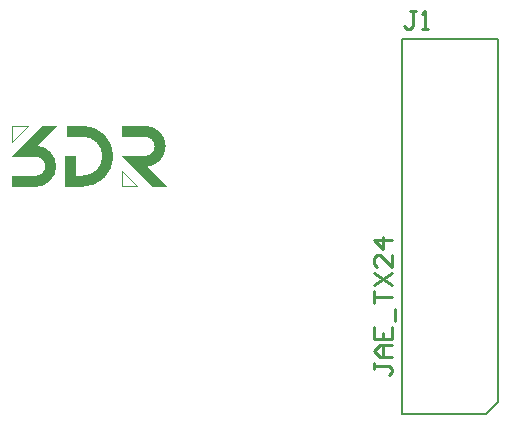
<source format=gto>
G04 Layer_Color=65535*
%FSLAX42Y42*%
%MOMM*%
G71*
G01*
G75*
%ADD13C,0.25*%
%ADD36C,0.00*%
%ADD37C,0.13*%
G36*
X-693Y3012D02*
X-862Y2842D01*
X-862Y2842D01*
X-862Y2842D01*
X-862Y2842D01*
X-862Y2842D01*
X-862Y2842D01*
X-862Y2842D01*
X-862Y2842D01*
X-862Y2842D01*
X-862Y2842D01*
X-862Y2842D01*
X-861Y2842D01*
X-859Y2842D01*
X-858Y2842D01*
X-856Y2842D01*
X-854Y2842D01*
X-852Y2842D01*
X-851Y2842D01*
X-849Y2841D01*
X-847Y2841D01*
X-845Y2841D01*
X-843Y2841D01*
X-842Y2840D01*
X-840Y2840D01*
X-838Y2840D01*
X-836Y2839D01*
X-835Y2839D01*
X-833Y2839D01*
X-831Y2838D01*
X-829Y2838D01*
X-828Y2838D01*
X-826Y2837D01*
X-824Y2837D01*
X-823Y2836D01*
X-821Y2836D01*
X-819Y2835D01*
X-817Y2835D01*
X-816Y2834D01*
X-814Y2834D01*
X-812Y2833D01*
X-811Y2832D01*
X-809Y2832D01*
X-807Y2831D01*
X-806Y2831D01*
X-804Y2830D01*
X-802Y2829D01*
X-801Y2828D01*
X-799Y2828D01*
X-797Y2827D01*
X-796Y2826D01*
X-794Y2826D01*
X-793Y2825D01*
X-791Y2824D01*
X-789Y2823D01*
X-788Y2822D01*
X-786Y2821D01*
X-785Y2821D01*
X-783Y2820D01*
X-782Y2819D01*
X-780Y2818D01*
X-779Y2817D01*
X-777Y2816D01*
X-776Y2815D01*
X-774Y2814D01*
X-773Y2813D01*
X-771Y2812D01*
X-770Y2811D01*
X-768Y2810D01*
X-767Y2809D01*
X-765Y2808D01*
X-764Y2807D01*
X-763Y2806D01*
X-761Y2805D01*
X-760Y2803D01*
X-758Y2802D01*
X-757Y2801D01*
X-756Y2800D01*
X-754Y2799D01*
X-753Y2798D01*
X-752Y2796D01*
X-751Y2795D01*
X-749Y2794D01*
X-748Y2793D01*
X-747Y2791D01*
X-745Y2790D01*
X-744Y2789D01*
X-743Y2787D01*
X-742Y2786D01*
X-741Y2785D01*
X-739Y2784D01*
X-738Y2782D01*
X-737Y2781D01*
X-736Y2779D01*
X-735Y2778D01*
X-734Y2777D01*
X-733Y2775D01*
X-732Y2774D01*
X-731Y2772D01*
X-730Y2771D01*
X-729Y2769D01*
X-728Y2768D01*
X-727Y2766D01*
X-726Y2765D01*
X-725Y2763D01*
X-724Y2762D01*
X-723Y2760D01*
X-722Y2759D01*
X-721Y2757D01*
X-720Y2756D01*
X-719Y2754D01*
X-718Y2753D01*
X-718Y2751D01*
X-717Y2750D01*
X-716Y2748D01*
X-715Y2746D01*
X-714Y2745D01*
X-714Y2743D01*
X-713Y2742D01*
X-712Y2740D01*
X-711Y2738D01*
X-711Y2737D01*
X-710Y2735D01*
X-709Y2733D01*
X-709Y2732D01*
X-708Y2730D01*
X-708Y2728D01*
X-707Y2727D01*
X-706Y2725D01*
X-706Y2723D01*
X-705Y2722D01*
X-705Y2720D01*
X-704Y2718D01*
X-704Y2716D01*
X-703Y2715D01*
X-703Y2713D01*
X-703Y2711D01*
X-702Y2709D01*
X-702Y2708D01*
X-702Y2706D01*
X-701Y2704D01*
X-701Y2702D01*
X-701Y2701D01*
X-700Y2699D01*
X-700Y2697D01*
X-700Y2695D01*
X-699Y2694D01*
X-699Y2692D01*
X-699Y2690D01*
X-699Y2688D01*
X-699Y2687D01*
X-699Y2685D01*
X-698Y2683D01*
X-698Y2681D01*
X-698Y2679D01*
X-698Y2678D01*
X-698Y2676D01*
X-698Y2674D01*
X-698Y2673D01*
Y2673D01*
X-698Y2673D01*
X-698Y2671D01*
X-698Y2669D01*
X-698Y2667D01*
X-698Y2666D01*
X-698Y2664D01*
X-698Y2662D01*
X-699Y2660D01*
X-699Y2658D01*
X-699Y2657D01*
X-699Y2655D01*
X-699Y2653D01*
X-699Y2651D01*
X-700Y2650D01*
X-700Y2648D01*
X-700Y2646D01*
X-701Y2644D01*
X-701Y2643D01*
X-701Y2641D01*
X-702Y2639D01*
X-702Y2637D01*
X-702Y2636D01*
X-703Y2634D01*
X-703Y2632D01*
X-703Y2630D01*
X-704Y2629D01*
X-704Y2627D01*
X-705Y2625D01*
X-705Y2624D01*
X-706Y2622D01*
X-706Y2620D01*
X-707Y2618D01*
X-708Y2617D01*
X-708Y2615D01*
X-709Y2613D01*
X-709Y2612D01*
X-710Y2610D01*
X-711Y2608D01*
X-711Y2607D01*
X-712Y2605D01*
X-713Y2604D01*
X-714Y2602D01*
X-714Y2600D01*
X-715Y2599D01*
X-716Y2597D01*
X-717Y2595D01*
X-718Y2594D01*
X-718Y2592D01*
X-719Y2591D01*
X-720Y2589D01*
X-721Y2588D01*
X-722Y2586D01*
X-723Y2585D01*
X-724Y2583D01*
X-725Y2582D01*
X-726Y2580D01*
X-727Y2579D01*
X-728Y2577D01*
X-729Y2576D01*
X-730Y2574D01*
X-731Y2573D01*
X-732Y2571D01*
X-733Y2570D01*
X-734Y2568D01*
X-735Y2567D01*
X-736Y2566D01*
X-737Y2564D01*
X-738Y2563D01*
X-739Y2562D01*
X-741Y2560D01*
X-742Y2559D01*
X-743Y2558D01*
X-744Y2556D01*
X-745Y2555D01*
X-747Y2554D01*
X-748Y2552D01*
X-749Y2551D01*
X-751Y2550D01*
X-752Y2549D01*
X-753Y2547D01*
X-754Y2546D01*
X-756Y2545D01*
X-757Y2544D01*
X-758Y2543D01*
X-760Y2542D01*
X-761Y2541D01*
X-763Y2539D01*
X-764Y2538D01*
X-765Y2537D01*
X-767Y2536D01*
X-768Y2535D01*
X-770Y2534D01*
X-771Y2533D01*
X-773Y2532D01*
X-774Y2531D01*
X-776Y2530D01*
X-777Y2529D01*
X-779Y2528D01*
X-780Y2527D01*
X-782Y2526D01*
X-783Y2525D01*
X-785Y2525D01*
X-786Y2524D01*
X-788Y2523D01*
X-789Y2522D01*
X-791Y2521D01*
X-793Y2520D01*
X-794Y2520D01*
X-796Y2519D01*
X-797Y2518D01*
X-799Y2517D01*
X-801Y2517D01*
X-802Y2516D01*
X-804Y2515D01*
X-806Y2515D01*
X-807Y2514D01*
X-809Y2513D01*
X-811Y2513D01*
X-812Y2512D01*
X-814Y2511D01*
X-816Y2511D01*
X-817Y2510D01*
X-819Y2510D01*
X-821Y2509D01*
X-823Y2509D01*
X-824Y2508D01*
X-826Y2508D01*
X-828Y2508D01*
X-829Y2507D01*
X-831Y2507D01*
X-833Y2506D01*
X-835Y2506D01*
X-836Y2506D01*
X-838Y2505D01*
X-840Y2505D01*
X-842Y2505D01*
X-843Y2504D01*
X-845Y2504D01*
X-847Y2504D01*
X-849Y2504D01*
X-850Y2504D01*
X-852Y2503D01*
X-854Y2503D01*
X-856Y2503D01*
X-858Y2503D01*
X-859Y2503D01*
X-861Y2503D01*
X-863Y2503D01*
X-865Y2503D01*
X-866Y2503D01*
X-868Y2503D01*
X-868Y2503D01*
X-1067D01*
Y2588D01*
X-868D01*
Y2588D01*
X-867Y2588D01*
X-866Y2588D01*
X-864Y2588D01*
X-863Y2588D01*
X-862Y2588D01*
X-861Y2588D01*
X-859Y2588D01*
X-858Y2588D01*
X-857Y2588D01*
X-856Y2589D01*
X-854Y2589D01*
X-853Y2589D01*
X-852Y2589D01*
X-851Y2590D01*
X-849Y2590D01*
X-848Y2590D01*
X-847Y2590D01*
X-846Y2591D01*
X-845Y2591D01*
X-843Y2591D01*
X-842Y2592D01*
X-841Y2592D01*
X-840Y2593D01*
X-839Y2593D01*
X-837Y2593D01*
X-836Y2594D01*
X-835Y2594D01*
X-834Y2595D01*
X-833Y2595D01*
X-832Y2596D01*
X-831Y2597D01*
X-829Y2597D01*
X-828Y2598D01*
X-827Y2598D01*
X-826Y2599D01*
X-825Y2600D01*
X-824Y2600D01*
X-823Y2601D01*
X-822Y2602D01*
X-821Y2602D01*
X-820Y2603D01*
X-819Y2604D01*
X-818Y2604D01*
X-817Y2605D01*
X-816Y2606D01*
X-815Y2607D01*
X-814Y2607D01*
X-813Y2608D01*
X-812Y2609D01*
X-811Y2610D01*
X-810Y2611D01*
X-809Y2612D01*
X-808Y2613D01*
X-807Y2613D01*
X-806Y2614D01*
X-806Y2615D01*
X-805Y2616D01*
X-804Y2617D01*
X-803Y2618D01*
X-802Y2619D01*
X-801Y2620D01*
X-801Y2621D01*
X-800Y2622D01*
X-799Y2623D01*
X-798Y2624D01*
X-798Y2625D01*
X-797Y2626D01*
X-796Y2627D01*
X-796Y2628D01*
X-795Y2629D01*
X-794Y2631D01*
X-794Y2632D01*
X-793Y2633D01*
X-793Y2634D01*
X-792Y2635D01*
X-792Y2636D01*
X-791Y2637D01*
X-790Y2638D01*
X-790Y2640D01*
X-789Y2641D01*
X-789Y2642D01*
X-789Y2643D01*
X-788Y2644D01*
X-788Y2645D01*
X-787Y2647D01*
X-787Y2648D01*
X-787Y2649D01*
X-786Y2650D01*
X-786Y2651D01*
X-786Y2653D01*
X-785Y2654D01*
X-785Y2655D01*
X-785Y2656D01*
X-785Y2658D01*
X-784Y2659D01*
X-784Y2660D01*
X-784Y2661D01*
X-784Y2663D01*
X-784Y2664D01*
X-784Y2665D01*
X-783Y2666D01*
X-783Y2668D01*
X-783Y2669D01*
X-783Y2670D01*
X-783Y2671D01*
X-783Y2673D01*
X-783D01*
X-783Y2674D01*
X-783Y2675D01*
X-783Y2676D01*
X-783Y2677D01*
X-783Y2679D01*
X-784Y2680D01*
X-784Y2681D01*
X-784Y2682D01*
X-784Y2684D01*
X-784Y2685D01*
X-784Y2686D01*
X-785Y2687D01*
X-785Y2689D01*
X-785Y2690D01*
X-785Y2691D01*
X-786Y2692D01*
X-786Y2694D01*
X-786Y2695D01*
X-787Y2696D01*
X-787Y2697D01*
X-787Y2698D01*
X-788Y2700D01*
X-788Y2701D01*
X-789Y2702D01*
X-789Y2703D01*
X-789Y2704D01*
X-790Y2706D01*
X-790Y2707D01*
X-791Y2708D01*
X-792Y2709D01*
X-792Y2710D01*
X-793Y2711D01*
X-793Y2712D01*
X-794Y2713D01*
X-794Y2715D01*
X-795Y2716D01*
X-796Y2717D01*
X-796Y2718D01*
X-797Y2719D01*
X-798Y2720D01*
X-798Y2721D01*
X-799Y2722D01*
X-800Y2723D01*
X-801Y2724D01*
X-801Y2725D01*
X-802Y2726D01*
X-803Y2727D01*
X-804Y2728D01*
X-805Y2729D01*
X-806Y2730D01*
X-806Y2731D01*
X-807Y2732D01*
X-808Y2732D01*
X-809Y2733D01*
X-810Y2734D01*
X-811Y2735D01*
X-812Y2736D01*
X-813Y2737D01*
X-814Y2738D01*
X-815Y2738D01*
X-816Y2739D01*
X-817Y2740D01*
X-818Y2741D01*
X-819Y2741D01*
X-820Y2742D01*
X-821Y2743D01*
X-822Y2744D01*
X-823Y2744D01*
X-824Y2745D01*
X-825Y2746D01*
X-826Y2746D01*
X-827Y2747D01*
X-828Y2747D01*
X-829Y2748D01*
X-831Y2749D01*
X-832Y2749D01*
X-833Y2750D01*
X-834Y2750D01*
X-835Y2751D01*
X-836Y2751D01*
X-837Y2752D01*
X-839Y2752D01*
X-840Y2752D01*
X-841Y2753D01*
X-842Y2753D01*
X-843Y2754D01*
X-845Y2754D01*
X-846Y2754D01*
X-847Y2755D01*
X-848Y2755D01*
X-849Y2755D01*
X-851Y2756D01*
X-852Y2756D01*
X-853Y2756D01*
X-854Y2756D01*
X-856Y2756D01*
X-857Y2757D01*
X-858Y2757D01*
X-859Y2757D01*
X-861Y2757D01*
X-862Y2757D01*
X-863Y2757D01*
X-864Y2757D01*
X-866Y2757D01*
X-867Y2757D01*
X-868Y2757D01*
X-1067Y2757D01*
X-813Y3012D01*
X-693Y3012D01*
D02*
G37*
G36*
X60Y3012D02*
X62Y3012D01*
X64Y3011D01*
X65Y3011D01*
X67Y3011D01*
X69Y3011D01*
X71Y3011D01*
X73Y3011D01*
X74Y3011D01*
X76Y3011D01*
X78Y3010D01*
X80Y3010D01*
X81Y3010D01*
X83Y3010D01*
X85Y3009D01*
X87Y3009D01*
X88Y3009D01*
X90Y3009D01*
X92Y3008D01*
X94Y3008D01*
X95Y3007D01*
X97Y3007D01*
X99Y3007D01*
X101Y3006D01*
X102Y3006D01*
X104Y3005D01*
X106Y3005D01*
X108Y3004D01*
X109Y3004D01*
X111Y3003D01*
X113Y3003D01*
X114Y3002D01*
X116Y3001D01*
X118Y3001D01*
X119Y3000D01*
X121Y3000D01*
X123Y2999D01*
X124Y2998D01*
X126Y2998D01*
X128Y2997D01*
X129Y2996D01*
X131Y2995D01*
X132Y2995D01*
X134Y2994D01*
X136Y2993D01*
X137Y2992D01*
X139Y2991D01*
X140Y2991D01*
X142Y2990D01*
X143Y2989D01*
X145Y2988D01*
X146Y2987D01*
X148Y2986D01*
X149Y2985D01*
X151Y2984D01*
X152Y2983D01*
X154Y2982D01*
X155Y2981D01*
X157Y2980D01*
X158Y2979D01*
X160Y2978D01*
X161Y2977D01*
X163Y2976D01*
X164Y2975D01*
X165Y2974D01*
X167Y2973D01*
X168Y2971D01*
X169Y2970D01*
X171Y2969D01*
X172Y2968D01*
X173Y2967D01*
X175Y2965D01*
X176Y2964D01*
X177Y2963D01*
X179Y2962D01*
X180Y2960D01*
X181Y2959D01*
X182Y2958D01*
X184Y2957D01*
X185Y2955D01*
X186Y2954D01*
X187Y2953D01*
X188Y2951D01*
X189Y2950D01*
X191Y2948D01*
X192Y2947D01*
X193Y2946D01*
X194Y2944D01*
X195Y2943D01*
X196Y2941D01*
X197Y2940D01*
X198Y2939D01*
X199Y2937D01*
X200Y2936D01*
X201Y2934D01*
X202Y2933D01*
X203Y2931D01*
X204Y2930D01*
X205Y2928D01*
X206Y2926D01*
X207Y2925D01*
X207Y2923D01*
X208Y2922D01*
X209Y2920D01*
X210Y2919D01*
X211Y2917D01*
X212Y2915D01*
X212Y2914D01*
X213Y2912D01*
X214Y2911D01*
X214Y2909D01*
X215Y2907D01*
X216Y2906D01*
X217Y2904D01*
X217Y2902D01*
X218Y2901D01*
X218Y2899D01*
X219Y2897D01*
X220Y2896D01*
X220Y2894D01*
X221Y2892D01*
X221Y2891D01*
X222Y2889D01*
X222Y2887D01*
X223Y2885D01*
X223Y2884D01*
X224Y2882D01*
X224Y2880D01*
X224Y2879D01*
X225Y2877D01*
X225Y2875D01*
X225Y2873D01*
X226Y2872D01*
X226Y2870D01*
X226Y2868D01*
X227Y2866D01*
X227Y2865D01*
X227Y2863D01*
X227Y2861D01*
X228Y2859D01*
X228Y2857D01*
X228Y2856D01*
X228Y2854D01*
X228Y2852D01*
X228Y2850D01*
X228Y2849D01*
X228Y2847D01*
X228Y2845D01*
X228Y2843D01*
X228Y2842D01*
X228Y2842D01*
Y2842D01*
Y2842D01*
X228Y2840D01*
X228Y2838D01*
X228Y2836D01*
X228Y2835D01*
X228Y2833D01*
X228Y2831D01*
X228Y2829D01*
X228Y2828D01*
X228Y2826D01*
X228Y2824D01*
X227Y2822D01*
X227Y2820D01*
X227Y2819D01*
X227Y2817D01*
X226Y2815D01*
X226Y2813D01*
X226Y2812D01*
X225Y2810D01*
X225Y2808D01*
X225Y2806D01*
X224Y2805D01*
X224Y2803D01*
X224Y2801D01*
X223Y2800D01*
X223Y2798D01*
X222Y2796D01*
X222Y2794D01*
X221Y2793D01*
X221Y2791D01*
X220Y2789D01*
X220Y2788D01*
X219Y2786D01*
X218Y2784D01*
X218Y2783D01*
X217Y2781D01*
X217Y2779D01*
X216Y2778D01*
X215Y2776D01*
X214Y2774D01*
X214Y2773D01*
X213Y2771D01*
X212Y2769D01*
X211Y2768D01*
X211Y2766D01*
X210Y2765D01*
X209Y2763D01*
X208Y2761D01*
X207Y2760D01*
X207Y2758D01*
X206Y2757D01*
X205Y2755D01*
X204Y2754D01*
X203Y2752D01*
X202Y2751D01*
X201Y2749D01*
X200Y2748D01*
X199Y2746D01*
X198Y2745D01*
X197Y2743D01*
X196Y2742D01*
X195Y2740D01*
X194Y2739D01*
X193Y2738D01*
X192Y2736D01*
X191Y2735D01*
X189Y2733D01*
X188Y2732D01*
X187Y2731D01*
X186Y2729D01*
X185Y2728D01*
X184Y2727D01*
X182Y2725D01*
X181Y2724D01*
X180Y2723D01*
X179Y2722D01*
X177Y2720D01*
X176Y2719D01*
X175Y2718D01*
X173Y2717D01*
X172Y2715D01*
X171Y2714D01*
X169Y2713D01*
X168Y2712D01*
X167Y2711D01*
X165Y2710D01*
X164Y2708D01*
X163Y2707D01*
X161Y2706D01*
X160Y2705D01*
X158Y2704D01*
X157Y2703D01*
X155Y2702D01*
X154Y2701D01*
X152Y2700D01*
X151Y2699D01*
X149Y2698D01*
X148Y2697D01*
X146Y2696D01*
X145Y2695D01*
X143Y2694D01*
X142Y2694D01*
X140Y2693D01*
X139Y2692D01*
X137Y2691D01*
X136Y2690D01*
X134Y2689D01*
X132Y2689D01*
X131Y2688D01*
X129Y2687D01*
X128Y2686D01*
X126Y2686D01*
X124Y2685D01*
X123Y2684D01*
X121Y2684D01*
X119Y2683D01*
X118Y2682D01*
X116Y2682D01*
X114Y2681D01*
X113Y2681D01*
X111Y2680D01*
X109Y2679D01*
X107Y2679D01*
X106Y2678D01*
X104Y2678D01*
X102Y2677D01*
X101Y2677D01*
X99Y2677D01*
X97Y2676D01*
X95Y2676D01*
X94Y2675D01*
X92Y2675D01*
X90Y2675D01*
X88Y2674D01*
X87Y2674D01*
X85Y2674D01*
X83Y2674D01*
X81Y2673D01*
X80Y2673D01*
X78Y2673D01*
X76Y2673D01*
X74Y2672D01*
X73Y2672D01*
X71Y2672D01*
X69Y2672D01*
X67Y2672D01*
X65Y2672D01*
X65Y2672D01*
Y2672D01*
X65Y2672D01*
X65Y2672D01*
X65Y2672D01*
X65Y2672D01*
X65Y2672D01*
X65Y2672D01*
X65Y2672D01*
X65Y2672D01*
X65Y2672D01*
X234Y2503D01*
X114D01*
X-141Y2757D01*
X59D01*
Y2757D01*
X60Y2757D01*
X61Y2757D01*
X62Y2757D01*
X63Y2757D01*
X65Y2757D01*
X66Y2757D01*
X67Y2757D01*
X68Y2757D01*
X70Y2758D01*
X71Y2758D01*
X72Y2758D01*
X73Y2758D01*
X75Y2758D01*
X76Y2759D01*
X77Y2759D01*
X78Y2759D01*
X80Y2759D01*
X81Y2760D01*
X82Y2760D01*
X83Y2761D01*
X84Y2761D01*
X86Y2761D01*
X87Y2762D01*
X88Y2762D01*
X89Y2763D01*
X90Y2763D01*
X92Y2764D01*
X93Y2764D01*
X94Y2765D01*
X95Y2765D01*
X96Y2766D01*
X97Y2766D01*
X98Y2767D01*
X99Y2767D01*
X101Y2768D01*
X102Y2769D01*
X103Y2769D01*
X104Y2770D01*
X105Y2771D01*
X106Y2771D01*
X107Y2772D01*
X108Y2773D01*
X109Y2773D01*
X110Y2774D01*
X111Y2775D01*
X112Y2776D01*
X113Y2777D01*
X114Y2777D01*
X115Y2778D01*
X116Y2779D01*
X117Y2780D01*
X118Y2781D01*
X118Y2782D01*
X119Y2783D01*
X120Y2783D01*
X121Y2784D01*
X122Y2785D01*
X123Y2786D01*
X124Y2787D01*
X124Y2788D01*
X125Y2789D01*
X126Y2790D01*
X127Y2791D01*
X127Y2792D01*
X128Y2793D01*
X129Y2794D01*
X130Y2795D01*
X130Y2796D01*
X131Y2797D01*
X132Y2799D01*
X132Y2800D01*
X133Y2801D01*
X133Y2802D01*
X134Y2803D01*
X135Y2804D01*
X135Y2805D01*
X136Y2806D01*
X136Y2807D01*
X137Y2809D01*
X137Y2810D01*
X138Y2811D01*
X138Y2812D01*
X138Y2813D01*
X139Y2815D01*
X139Y2816D01*
X140Y2817D01*
X140Y2818D01*
X140Y2819D01*
X141Y2821D01*
X141Y2822D01*
X141Y2823D01*
X142Y2824D01*
X142Y2825D01*
X142Y2827D01*
X142Y2828D01*
X142Y2829D01*
X143Y2830D01*
X143Y2832D01*
X143Y2833D01*
X143Y2834D01*
X143Y2835D01*
X143Y2837D01*
X143Y2838D01*
X143Y2839D01*
X143Y2840D01*
X143Y2842D01*
X143D01*
Y2842D01*
X143D01*
X143Y2843D01*
X143Y2844D01*
X143Y2845D01*
X143Y2847D01*
X143Y2848D01*
X143Y2849D01*
X143Y2850D01*
X143Y2852D01*
X143Y2853D01*
X142Y2854D01*
X142Y2855D01*
X142Y2857D01*
X142Y2858D01*
X142Y2859D01*
X141Y2860D01*
X141Y2861D01*
X141Y2863D01*
X140Y2864D01*
X140Y2865D01*
X140Y2866D01*
X139Y2868D01*
X139Y2869D01*
X138Y2870D01*
X138Y2871D01*
X138Y2872D01*
X137Y2873D01*
X137Y2875D01*
X136Y2876D01*
X136Y2877D01*
X135Y2878D01*
X135Y2879D01*
X134Y2880D01*
X133Y2881D01*
X133Y2883D01*
X132Y2884D01*
X132Y2885D01*
X131Y2886D01*
X130Y2887D01*
X130Y2888D01*
X129Y2889D01*
X128Y2890D01*
X127Y2891D01*
X127Y2892D01*
X126Y2893D01*
X125Y2894D01*
X124Y2895D01*
X124Y2896D01*
X123Y2897D01*
X122Y2898D01*
X121Y2899D01*
X120Y2900D01*
X119Y2901D01*
X118Y2902D01*
X118Y2902D01*
X117Y2903D01*
X116Y2904D01*
X115Y2905D01*
X114Y2906D01*
X113Y2907D01*
X112Y2907D01*
X111Y2908D01*
X110Y2909D01*
X109Y2910D01*
X108Y2911D01*
X107Y2911D01*
X106Y2912D01*
X105Y2913D01*
X104Y2913D01*
X103Y2914D01*
X102Y2915D01*
X101Y2915D01*
X99Y2916D01*
X98Y2916D01*
X97Y2917D01*
X96Y2918D01*
X95Y2918D01*
X94Y2919D01*
X93Y2919D01*
X92Y2920D01*
X90Y2920D01*
X89Y2921D01*
X88Y2921D01*
X87Y2922D01*
X86Y2922D01*
X84Y2922D01*
X83Y2923D01*
X82Y2923D01*
X81Y2923D01*
X80Y2924D01*
X78Y2924D01*
X77Y2924D01*
X76Y2925D01*
X75Y2925D01*
X73Y2925D01*
X72Y2925D01*
X71Y2926D01*
X70Y2926D01*
X68Y2926D01*
X67Y2926D01*
X66Y2926D01*
X65Y2926D01*
X63Y2926D01*
X62Y2926D01*
X61Y2926D01*
X60Y2926D01*
X59Y2926D01*
X59Y2926D01*
X-141D01*
Y3012D01*
X59Y3012D01*
X59Y3012D01*
X60Y3012D01*
D02*
G37*
G36*
X-467Y3013D02*
X-465Y3013D01*
X-463Y3013D01*
X-461Y3013D01*
X-458Y3012D01*
X-456Y3012D01*
X-454Y3012D01*
X-452Y3012D01*
X-450Y3012D01*
X-447Y3012D01*
X-445Y3012D01*
X-443Y3011D01*
X-441Y3011D01*
X-439Y3011D01*
X-436Y3011D01*
X-434Y3010D01*
X-432Y3010D01*
X-430Y3010D01*
X-428Y3009D01*
X-426Y3009D01*
X-423Y3009D01*
X-421Y3008D01*
X-419Y3008D01*
X-417Y3007D01*
X-415Y3007D01*
X-413Y3006D01*
X-411Y3006D01*
X-408Y3005D01*
X-406Y3005D01*
X-404Y3004D01*
X-402Y3004D01*
X-400Y3003D01*
X-398Y3002D01*
X-396Y3002D01*
X-394Y3001D01*
X-392Y3001D01*
X-389Y3000D01*
X-387Y2999D01*
X-385Y2998D01*
X-383Y2998D01*
X-381Y2997D01*
X-379Y2996D01*
X-377Y2995D01*
X-375Y2995D01*
X-373Y2994D01*
X-371Y2993D01*
X-369Y2992D01*
X-367Y2991D01*
X-365Y2990D01*
X-363Y2989D01*
X-361Y2988D01*
X-359Y2988D01*
X-357Y2987D01*
X-355Y2986D01*
X-353Y2985D01*
X-351Y2984D01*
X-349Y2983D01*
X-347Y2982D01*
X-345Y2980D01*
X-343Y2979D01*
X-341Y2978D01*
X-340Y2977D01*
X-338Y2976D01*
X-336Y2975D01*
X-334Y2974D01*
X-332Y2973D01*
X-330Y2971D01*
X-328Y2970D01*
X-327Y2969D01*
X-325Y2968D01*
X-323Y2966D01*
X-321Y2965D01*
X-319Y2964D01*
X-318Y2963D01*
X-316Y2961D01*
X-314Y2960D01*
X-312Y2959D01*
X-311Y2957D01*
X-309Y2956D01*
X-307Y2954D01*
X-306Y2953D01*
X-304Y2952D01*
X-302Y2950D01*
X-301Y2949D01*
X-299Y2947D01*
X-297Y2946D01*
X-296Y2944D01*
X-294Y2943D01*
X-293Y2941D01*
X-291Y2940D01*
X-289Y2938D01*
X-288Y2937D01*
X-286Y2935D01*
X-285Y2933D01*
X-283Y2932D01*
X-282Y2930D01*
X-280Y2929D01*
X-279Y2927D01*
X-277Y2925D01*
X-276Y2924D01*
X-275Y2922D01*
X-273Y2920D01*
X-272Y2919D01*
X-270Y2917D01*
X-269Y2915D01*
X-268Y2913D01*
X-266Y2912D01*
X-265Y2910D01*
X-264Y2908D01*
X-262Y2906D01*
X-261Y2905D01*
X-260Y2903D01*
X-259Y2901D01*
X-257Y2899D01*
X-256Y2897D01*
X-255Y2896D01*
X-254Y2894D01*
X-253Y2892D01*
X-252Y2890D01*
X-250Y2888D01*
X-249Y2886D01*
X-248Y2884D01*
X-247Y2882D01*
X-246Y2880D01*
X-245Y2878D01*
X-244Y2877D01*
X-243Y2875D01*
X-242Y2873D01*
X-241Y2871D01*
X-240Y2869D01*
X-239Y2867D01*
X-238Y2865D01*
X-237Y2863D01*
X-236Y2861D01*
X-236Y2859D01*
X-235Y2857D01*
X-234Y2855D01*
X-233Y2853D01*
X-232Y2851D01*
X-231Y2849D01*
X-231Y2846D01*
X-230Y2844D01*
X-229Y2842D01*
X-228Y2840D01*
X-228Y2838D01*
X-227Y2836D01*
X-226Y2834D01*
X-226Y2832D01*
X-225Y2830D01*
X-225Y2828D01*
X-224Y2826D01*
X-223Y2823D01*
X-223Y2821D01*
X-222Y2819D01*
X-222Y2817D01*
X-221Y2815D01*
X-221Y2813D01*
X-220Y2811D01*
X-220Y2808D01*
X-219Y2806D01*
X-219Y2804D01*
X-219Y2802D01*
X-218Y2800D01*
X-218Y2798D01*
X-218Y2795D01*
X-217Y2793D01*
X-217Y2791D01*
X-217Y2789D01*
X-216Y2787D01*
X-216Y2785D01*
X-216Y2782D01*
X-216Y2780D01*
X-216Y2778D01*
X-215Y2776D01*
X-215Y2774D01*
X-215Y2771D01*
X-215Y2769D01*
X-215Y2767D01*
X-215Y2765D01*
X-215Y2763D01*
X-215Y2760D01*
X-215Y2759D01*
X-215Y2759D01*
X-215Y2759D01*
Y2759D01*
X-215Y2757D01*
X-215Y2754D01*
X-215Y2752D01*
X-215Y2750D01*
X-215Y2748D01*
X-215Y2746D01*
X-215Y2744D01*
X-215Y2741D01*
X-216Y2739D01*
X-216Y2737D01*
X-216Y2735D01*
X-216Y2733D01*
X-216Y2730D01*
X-217Y2728D01*
X-217Y2726D01*
X-217Y2724D01*
X-218Y2722D01*
X-218Y2720D01*
X-218Y2717D01*
X-219Y2715D01*
X-219Y2713D01*
X-219Y2711D01*
X-220Y2709D01*
X-220Y2707D01*
X-221Y2704D01*
X-221Y2702D01*
X-222Y2700D01*
X-222Y2698D01*
X-223Y2696D01*
X-223Y2694D01*
X-224Y2692D01*
X-225Y2689D01*
X-225Y2687D01*
X-226Y2685D01*
X-226Y2683D01*
X-227Y2681D01*
X-228Y2679D01*
X-228Y2677D01*
X-229Y2675D01*
X-230Y2673D01*
X-231Y2671D01*
X-231Y2669D01*
X-232Y2667D01*
X-233Y2665D01*
X-234Y2663D01*
X-235Y2660D01*
X-236Y2658D01*
X-236Y2656D01*
X-237Y2654D01*
X-238Y2652D01*
X-239Y2650D01*
X-240Y2648D01*
X-241Y2647D01*
X-242Y2645D01*
X-243Y2643D01*
X-244Y2641D01*
X-245Y2639D01*
X-246Y2637D01*
X-247Y2635D01*
X-248Y2633D01*
X-249Y2631D01*
X-250Y2629D01*
X-252Y2627D01*
X-253Y2625D01*
X-254Y2624D01*
X-255Y2622D01*
X-256Y2620D01*
X-257Y2618D01*
X-259Y2616D01*
X-260Y2614D01*
X-261Y2613D01*
X-262Y2611D01*
X-264Y2609D01*
X-265Y2607D01*
X-266Y2605D01*
X-268Y2604D01*
X-269Y2602D01*
X-270Y2600D01*
X-272Y2599D01*
X-273Y2597D01*
X-275Y2595D01*
X-276Y2593D01*
X-277Y2592D01*
X-279Y2590D01*
X-280Y2589D01*
X-282Y2587D01*
X-283Y2585D01*
X-285Y2584D01*
X-286Y2582D01*
X-288Y2581D01*
X-289Y2579D01*
X-291Y2577D01*
X-293Y2576D01*
X-294Y2574D01*
X-296Y2573D01*
X-297Y2571D01*
X-299Y2570D01*
X-301Y2568D01*
X-302Y2567D01*
X-304Y2566D01*
X-306Y2564D01*
X-307Y2563D01*
X-309Y2561D01*
X-311Y2560D01*
X-312Y2559D01*
X-314Y2557D01*
X-316Y2556D01*
X-318Y2555D01*
X-319Y2553D01*
X-321Y2552D01*
X-323Y2551D01*
X-325Y2549D01*
X-327Y2548D01*
X-328Y2547D01*
X-330Y2546D01*
X-332Y2545D01*
X-334Y2543D01*
X-336Y2542D01*
X-338Y2541D01*
X-340Y2540D01*
X-341Y2539D01*
X-343Y2538D01*
X-345Y2537D01*
X-347Y2536D01*
X-349Y2535D01*
X-351Y2534D01*
X-353Y2533D01*
X-355Y2532D01*
X-357Y2531D01*
X-359Y2530D01*
X-361Y2529D01*
X-363Y2528D01*
X-365Y2527D01*
X-367Y2526D01*
X-369Y2525D01*
X-371Y2524D01*
X-373Y2523D01*
X-375Y2523D01*
X-377Y2522D01*
X-379Y2521D01*
X-381Y2520D01*
X-383Y2519D01*
X-385Y2519D01*
X-387Y2518D01*
X-389Y2517D01*
X-392Y2517D01*
X-394Y2516D01*
X-396Y2515D01*
X-398Y2515D01*
X-400Y2514D01*
X-402Y2513D01*
X-404Y2513D01*
X-406Y2512D01*
X-408Y2512D01*
X-411Y2511D01*
X-413Y2511D01*
X-415Y2510D01*
X-417Y2510D01*
X-419Y2509D01*
X-421Y2509D01*
X-423Y2509D01*
X-426Y2508D01*
X-428Y2508D01*
X-430Y2508D01*
X-432Y2507D01*
X-434Y2507D01*
X-436Y2507D01*
X-439Y2506D01*
X-441Y2506D01*
X-443Y2506D01*
X-445Y2506D01*
X-447Y2505D01*
X-450Y2505D01*
X-452Y2505D01*
X-454Y2505D01*
X-456Y2505D01*
X-458Y2505D01*
X-461Y2505D01*
X-463Y2505D01*
X-465Y2504D01*
X-467Y2504D01*
X-469Y2504D01*
X-618D01*
Y2590D01*
X-618Y2590D01*
Y2757D01*
X-533D01*
Y2590D01*
X-533Y2590D01*
X-533Y2590D01*
X-533Y2590D01*
X-533Y2590D01*
X-469D01*
Y2590D01*
X-467Y2590D01*
X-466Y2590D01*
X-464Y2590D01*
X-462Y2590D01*
X-460Y2590D01*
X-459Y2590D01*
X-457Y2590D01*
X-455Y2590D01*
X-453Y2590D01*
X-452Y2590D01*
X-450Y2591D01*
X-448Y2591D01*
X-446Y2591D01*
X-445Y2591D01*
X-443Y2592D01*
X-441Y2592D01*
X-439Y2592D01*
X-438Y2593D01*
X-436Y2593D01*
X-434Y2593D01*
X-432Y2594D01*
X-431Y2594D01*
X-429Y2594D01*
X-427Y2595D01*
X-425Y2595D01*
X-424Y2596D01*
X-422Y2596D01*
X-420Y2597D01*
X-419Y2597D01*
X-417Y2598D01*
X-415Y2598D01*
X-414Y2599D01*
X-412Y2600D01*
X-410Y2600D01*
X-409Y2601D01*
X-407Y2601D01*
X-405Y2602D01*
X-404Y2603D01*
X-402Y2603D01*
X-400Y2604D01*
X-399Y2605D01*
X-397Y2606D01*
X-396Y2606D01*
X-394Y2607D01*
X-392Y2608D01*
X-391Y2609D01*
X-389Y2610D01*
X-388Y2610D01*
X-386Y2611D01*
X-385Y2612D01*
X-383Y2613D01*
X-382Y2614D01*
X-380Y2615D01*
X-379Y2616D01*
X-377Y2617D01*
X-376Y2618D01*
X-374Y2619D01*
X-373Y2620D01*
X-371Y2621D01*
X-370Y2622D01*
X-368Y2623D01*
X-367Y2624D01*
X-366Y2625D01*
X-364Y2626D01*
X-363Y2627D01*
X-361Y2628D01*
X-360Y2630D01*
X-359Y2631D01*
X-357Y2632D01*
X-356Y2633D01*
X-355Y2634D01*
X-353Y2635D01*
X-352Y2637D01*
X-351Y2638D01*
X-350Y2639D01*
X-348Y2640D01*
X-347Y2642D01*
X-346Y2643D01*
X-345Y2644D01*
X-343Y2646D01*
X-342Y2647D01*
X-341Y2648D01*
X-340Y2650D01*
X-339Y2651D01*
X-338Y2652D01*
X-337Y2654D01*
X-336Y2655D01*
X-334Y2656D01*
X-333Y2658D01*
X-332Y2659D01*
X-331Y2661D01*
X-330Y2662D01*
X-329Y2664D01*
X-328Y2665D01*
X-327Y2667D01*
X-326Y2668D01*
X-325Y2670D01*
X-324Y2671D01*
X-324Y2673D01*
X-323Y2674D01*
X-322Y2676D01*
X-321Y2677D01*
X-320Y2679D01*
X-319Y2680D01*
X-318Y2682D01*
X-318Y2684D01*
X-317Y2685D01*
X-316Y2687D01*
X-315Y2688D01*
X-315Y2690D01*
X-314Y2692D01*
X-313Y2693D01*
X-313Y2695D01*
X-312Y2696D01*
X-311Y2698D01*
X-311Y2700D01*
X-310Y2701D01*
X-309Y2703D01*
X-309Y2705D01*
X-308Y2706D01*
X-308Y2708D01*
X-307Y2710D01*
X-307Y2712D01*
X-306Y2713D01*
X-306Y2715D01*
X-305Y2717D01*
X-305Y2718D01*
X-304Y2720D01*
X-304Y2722D01*
X-304Y2724D01*
X-303Y2725D01*
X-303Y2727D01*
X-303Y2729D01*
X-302Y2731D01*
X-302Y2732D01*
X-302Y2734D01*
X-302Y2736D01*
X-301Y2738D01*
X-301Y2739D01*
X-301Y2741D01*
X-301Y2743D01*
X-301Y2745D01*
X-300Y2746D01*
X-300Y2748D01*
X-300Y2750D01*
X-300Y2752D01*
X-300Y2753D01*
X-300Y2755D01*
X-300Y2757D01*
X-300Y2759D01*
X-300D01*
Y2759D01*
X-300D01*
X-300Y2760D01*
X-300Y2762D01*
X-300Y2764D01*
X-300Y2765D01*
X-300Y2767D01*
X-300Y2769D01*
X-300Y2771D01*
X-301Y2773D01*
X-301Y2774D01*
X-301Y2776D01*
X-301Y2778D01*
X-301Y2780D01*
X-302Y2781D01*
X-302Y2783D01*
X-302Y2785D01*
X-302Y2787D01*
X-303Y2788D01*
X-303Y2790D01*
X-303Y2792D01*
X-304Y2794D01*
X-304Y2795D01*
X-304Y2797D01*
X-305Y2799D01*
X-305Y2800D01*
X-306Y2802D01*
X-306Y2804D01*
X-307Y2806D01*
X-307Y2807D01*
X-308Y2809D01*
X-308Y2811D01*
X-309Y2812D01*
X-309Y2814D01*
X-310Y2816D01*
X-311Y2817D01*
X-311Y2819D01*
X-312Y2821D01*
X-313Y2822D01*
X-313Y2824D01*
X-314Y2826D01*
X-315Y2827D01*
X-315Y2829D01*
X-316Y2830D01*
X-317Y2832D01*
X-318Y2834D01*
X-318Y2835D01*
X-319Y2837D01*
X-320Y2838D01*
X-321Y2840D01*
X-322Y2841D01*
X-323Y2843D01*
X-324Y2845D01*
X-324Y2846D01*
X-325Y2848D01*
X-326Y2849D01*
X-327Y2851D01*
X-328Y2852D01*
X-329Y2854D01*
X-330Y2855D01*
X-331Y2856D01*
X-332Y2858D01*
X-333Y2859D01*
X-334Y2861D01*
X-336Y2862D01*
X-337Y2864D01*
X-338Y2865D01*
X-339Y2866D01*
X-340Y2868D01*
X-341Y2869D01*
X-342Y2870D01*
X-343Y2872D01*
X-345Y2873D01*
X-346Y2874D01*
X-347Y2876D01*
X-348Y2877D01*
X-350Y2878D01*
X-351Y2879D01*
X-352Y2881D01*
X-353Y2882D01*
X-355Y2883D01*
X-356Y2884D01*
X-357Y2885D01*
X-359Y2886D01*
X-360Y2888D01*
X-361Y2889D01*
X-363Y2890D01*
X-364Y2891D01*
X-366Y2892D01*
X-367Y2893D01*
X-368Y2894D01*
X-370Y2895D01*
X-371Y2896D01*
X-373Y2897D01*
X-374Y2898D01*
X-376Y2899D01*
X-377Y2900D01*
X-379Y2901D01*
X-380Y2902D01*
X-382Y2903D01*
X-383Y2904D01*
X-385Y2905D01*
X-386Y2906D01*
X-388Y2907D01*
X-389Y2908D01*
X-391Y2908D01*
X-392Y2909D01*
X-394Y2910D01*
X-396Y2911D01*
X-397Y2912D01*
X-399Y2912D01*
X-400Y2913D01*
X-402Y2914D01*
X-404Y2914D01*
X-405Y2915D01*
X-407Y2916D01*
X-409Y2916D01*
X-410Y2917D01*
X-412Y2918D01*
X-414Y2918D01*
X-415Y2919D01*
X-417Y2919D01*
X-419Y2920D01*
X-420Y2920D01*
X-422Y2921D01*
X-424Y2921D01*
X-425Y2922D01*
X-427Y2922D01*
X-429Y2923D01*
X-431Y2923D01*
X-432Y2924D01*
X-434Y2924D01*
X-436Y2924D01*
X-438Y2925D01*
X-439Y2925D01*
X-441Y2925D01*
X-443Y2926D01*
X-444Y2926D01*
X-446Y2926D01*
X-448Y2926D01*
X-450Y2926D01*
X-452Y2927D01*
X-453Y2927D01*
X-455Y2927D01*
X-457Y2927D01*
X-459Y2927D01*
X-460Y2927D01*
X-462Y2927D01*
X-464Y2928D01*
X-466Y2928D01*
X-467Y2928D01*
X-469Y2928D01*
Y2928D01*
X-605D01*
Y3013D01*
X-469Y3013D01*
X-469Y3013D01*
X-467Y3013D01*
D02*
G37*
D13*
X1997Y1007D02*
Y956D01*
Y981D01*
X2124D01*
X2150Y956D01*
Y931D01*
X2124Y905D01*
X2150Y1058D02*
X2048D01*
X1997Y1108D01*
X2048Y1159D01*
X2150D01*
X2074D01*
Y1058D01*
X1997Y1312D02*
Y1210D01*
X2150D01*
Y1312D01*
X2074Y1210D02*
Y1261D01*
X2175Y1362D02*
Y1464D01*
X1997Y1515D02*
Y1616D01*
Y1565D01*
X2150D01*
X1997Y1667D02*
X2150Y1769D01*
X1997D02*
X2150Y1667D01*
Y1921D02*
Y1819D01*
X2048Y1921D01*
X2023D01*
X1997Y1896D01*
Y1845D01*
X2023Y1819D01*
X2150Y2048D02*
X1997D01*
X2074Y1972D01*
Y2073D01*
X2354Y3986D02*
X2303D01*
X2329D01*
Y3859D01*
X2303Y3833D01*
X2278D01*
X2252Y3859D01*
X2405Y3833D02*
X2456D01*
X2430D01*
Y3986D01*
X2405Y3960D01*
D36*
X65Y2672D02*
G03*
X229Y2842I-7J170D01*
G01*
X229Y2842D02*
G03*
X59Y3012I-170J-0D01*
G01*
X143Y2842D02*
G03*
X59Y2926I-85J-0D01*
G01*
X59Y2757D02*
G03*
X143Y2842I-0J85D01*
G01*
X-698Y2673D02*
G03*
X-862Y2842I-170J-0D01*
G01*
X-868Y2503D02*
G03*
X-698Y2673I-0J170D01*
G01*
X-868Y2588D02*
G03*
X-783Y2673I-0J85D01*
G01*
Y2673D02*
G03*
X-868Y2757I-85J-0D01*
G01*
X-300Y2759D02*
G03*
X-469Y2928I-169J-0D01*
G01*
Y2590D02*
G03*
X-300Y2759I-0J169D01*
G01*
X-469Y2504D02*
G03*
X-215Y2759I-0J254D01*
G01*
Y2759D02*
G03*
X-469Y3013I-254J-0D01*
G01*
X-141Y2503D02*
Y2637D01*
Y2503D02*
X-6Y2503D01*
X-141Y2637D02*
X-6Y2503D01*
X65Y2672D02*
X234Y2503D01*
X-141Y3012D02*
X59D01*
X-141Y2926D02*
Y3012D01*
Y2926D02*
X59D01*
X-141Y2757D02*
X59D01*
X-141D02*
X114Y2503D01*
X234D01*
X-1067Y2877D02*
Y3012D01*
X-932D01*
X-1067Y2877D02*
X-932Y3012D01*
X-862Y2842D02*
X-693Y3012D01*
X-1067Y2503D02*
X-868D01*
X-1067D02*
Y2588D01*
X-868Y2588D01*
X-1067Y2757D02*
X-868D01*
X-1067D02*
X-813Y3012D01*
X-693D01*
X-605Y3013D02*
X-469D01*
X-605Y2928D02*
Y3013D01*
Y2928D02*
X-469D01*
X-533Y2590D02*
X-469D01*
X-533D02*
Y2757D01*
X-618D02*
X-533D01*
X-618Y2590D02*
Y2757D01*
X-618Y2590D02*
X-618D01*
X-618Y2504D02*
Y2590D01*
Y2504D02*
X-469D01*
D37*
X2233Y575D02*
X2944D01*
X3046Y677D01*
Y3750D01*
X2233Y3750D02*
X3046Y3750D01*
X2233Y3750D02*
X2233Y575D01*
M02*

</source>
